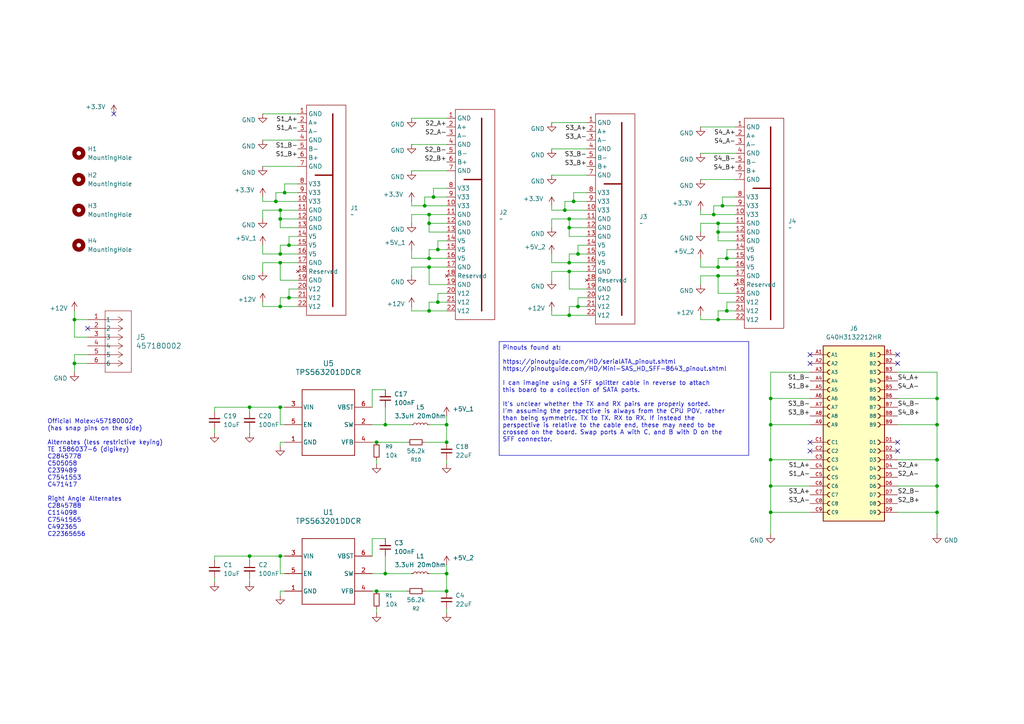
<source format=kicad_sch>
(kicad_sch (version 20250114) (generator "eeschema") (generator_version "9.0")
  (paper "A4")
  (lib_symbols
    (symbol "00_Local:457180002" (pin_names (offset 0.254))
      (property "Reference" "J" (at 8.89 6.35 0))
      (property "Value" "457180002" (at 0 0 0))
      (symbol "457180002_1_1"
        (pin unspecified line (at 0 0 0) (length 5.08) (name "1") (number "1"))
        (pin unspecified line (at 0 -2.54 0) (length 5.08) (name "2") (number "2"))
        (pin unspecified line (at 0 -5.08 0) (length 5.08) (name "3") (number "3"))
        (pin unspecified line (at 0 -7.62 0) (length 5.08) (name "4") (number "4"))
        (pin unspecified line (at 0 -10.16 0) (length 5.08) (name "5") (number "5"))
        (pin unspecified line (at 0 -12.7 0) (length 5.08) (name "6") (number "6"))
      )
      (symbol "457180002_1_2"
        (pin unspecified line (at 0 0 0) (length 5.08) (name "1") (number "1"))
        (pin unspecified line (at 0 -2.54 0) (length 5.08) (name "2") (number "2"))
        (pin unspecified line (at 0 -5.08 0) (length 5.08) (name "3") (number "3"))
        (pin unspecified line (at 0 -7.62 0) (length 5.08) (name "4") (number "4"))
        (pin unspecified line (at 0 -10.16 0) (length 5.08) (name "5") (number "5"))
        (pin unspecified line (at 0 -12.7 0) (length 5.08) (name "6") (number "6"))
      )
    )
    (symbol "00_Local:G40H3132212HR" (pin_names (offset 1.016))
      (property "Reference" "J" (at -7.62 26.162 0))
      (property "Value" "G40H3132212HR" (at -7.62 -27.94 0))
      (symbol "G40H3132212HR_0_0"
        (pin passive line (at -12.7 22.86 0) (length 5.08) (name "A1") (number "A1"))
        (pin passive line (at -12.7 20.32 0) (length 5.08) (name "A2") (number "A2"))
        (pin passive line (at -12.7 17.78 0) (length 5.08) (name "A3") (number "A3"))
        (pin passive line (at -12.7 15.24 0) (length 5.08) (name "A4") (number "A4"))
        (pin passive line (at -12.7 12.7 0) (length 5.08) (name "A5") (number "A5"))
        (pin passive line (at -12.7 10.16 0) (length 5.08) (name "A6") (number "A6"))
        (pin passive line (at -12.7 7.62 0) (length 5.08) (name "A7") (number "A7"))
        (pin passive line (at -12.7 5.08 0) (length 5.08) (name "A8") (number "A8"))
        (pin passive line (at -12.7 2.54 0) (length 5.08) (name "A9") (number "A9"))
        (pin passive line (at -12.7 -2.54 0) (length 5.08) (name "C1") (number "C1"))
        (pin passive line (at -12.7 -5.08 0) (length 5.08) (name "C2") (number "C2"))
        (pin passive line (at -12.7 -7.62 0) (length 5.08) (name "C3") (number "C3"))
        (pin passive line (at -12.7 -10.16 0) (length 5.08) (name "C4") (number "C4"))
        (pin passive line (at -12.7 -12.7 0) (length 5.08) (name "C5") (number "C5"))
        (pin passive line (at -12.7 -15.24 0) (length 5.08) (name "C6") (number "C6"))
        (pin passive line (at -12.7 -17.78 0) (length 5.08) (name "C7") (number "C7"))
        (pin passive line (at -12.7 -20.32 0) (length 5.08) (name "C8") (number "C8"))
        (pin passive line (at -12.7 -22.86 0) (length 5.08) (name "C9") (number "C9"))
        (pin passive line (at 12.7 22.86 180) (length 5.08) (name "B1") (number "B1"))
        (pin passive line (at 12.7 20.32 180) (length 5.08) (name "B2") (number "B2"))
        (pin passive line (at 12.7 17.78 180) (length 5.08) (name "B3") (number "B3"))
        (pin passive line (at 12.7 15.24 180) (length 5.08) (name "B4") (number "B4"))
        (pin passive line (at 12.7 12.7 180) (length 5.08) (name "B5") (number "B5"))
        (pin passive line (at 12.7 10.16 180) (length 5.08) (name "B6") (number "B6"))
        (pin passive line (at 12.7 7.62 180) (length 5.08) (name "B7") (number "B7"))
        (pin passive line (at 12.7 5.08 180) (length 5.08) (name "B8") (number "B8"))
        (pin passive line (at 12.7 2.54 180) (length 5.08) (name "B9") (number "B9"))
        (pin passive line (at 12.7 -2.54 180) (length 5.08) (name "D1") (number "D1"))
        (pin passive line (at 12.7 -5.08 180) (length 5.08) (name "D2") (number "D2"))
        (pin passive line (at 12.7 -7.62 180) (length 5.08) (name "D3") (number "D3"))
        (pin passive line (at 12.7 -10.16 180) (length 5.08) (name "D4") (number "D4"))
        (pin passive line (at 12.7 -12.7 180) (length 5.08) (name "D5") (number "D5"))
        (pin passive line (at 12.7 -15.24 180) (length 5.08) (name "D6") (number "D6"))
        (pin passive line (at 12.7 -17.78 180) (length 5.08) (name "D7") (number "D7"))
        (pin passive line (at 12.7 -20.32 180) (length 5.08) (name "D8") (number "D8"))
        (pin passive line (at 12.7 -22.86 180) (length 5.08) (name "D9") (number "D9"))
      )
    )
    (symbol "00_Local:Sata_Backplane"
      (property "Reference" "J" (at 0 0 0))
      (symbol "Sata_Backplane_1_1"
        (pin power_out line (at -2.54 -3.81 0) (length 2.54) (name "GND") (number "1"))
        (pin output line (at -2.54 -6.35 0) (length 2.54) (name "A+") (number "2"))
        (pin output line (at -2.54 -8.89 0) (length 2.54) (name "A-") (number "3"))
        (pin power_out line (at -2.54 -11.43 0) (length 2.54) (name "GND") (number "4"))
        (pin input line (at -2.54 -13.97 0) (length 2.54) (name "B-") (number "5"))
        (pin input line (at -2.54 -16.51 0) (length 2.54) (name "B+") (number "6"))
        (pin power_out line (at -2.54 -19.05 0) (length 2.54) (name "GND") (number "7"))
        (pin power_out line (at -2.54 -24.13 0) (length 2.54) (name "V33") (number "8"))
        (pin power_out line (at -2.54 -26.67 0) (length 2.54) (name "V33") (number "9"))
        (pin power_out line (at -2.54 -29.21 0) (length 2.54) (name "V33") (number "10"))
        (pin power_out line (at -2.54 -31.75 0) (length 2.54) (name "GND") (number "11"))
        (pin power_out line (at -2.54 -34.29 0) (length 2.54) (name "GND") (number "12"))
        (pin power_out line (at -2.54 -36.83 0) (length 2.54) (name "GND") (number "13"))
        (pin power_out line (at -2.54 -39.37 0) (length 2.54) (name "V5") (number "14"))
        (pin power_out line (at -2.54 -41.91 0) (length 2.54) (name "V5") (number "15"))
        (pin power_out line (at -2.54 -44.45 0) (length 2.54) (name "V5") (number "16"))
        (pin power_out line (at -2.54 -46.99 0) (length 2.54) (name "GND") (number "17"))
        (pin no_connect line (at -2.54 -49.53 0) (length 2.54) (name "Reserved") (number "18"))
        (pin power_out line (at -2.54 -52.07 0) (length 2.54) (name "GND") (number "19"))
        (pin power_out line (at -2.54 -54.61 0) (length 2.54) (name "V12") (number "20"))
        (pin power_out line (at -2.54 -57.15 0) (length 2.54) (name "V12") (number "21"))
        (pin power_out line (at -2.54 -59.69 0) (length 2.54) (name "V12") (number "22"))
      )
    )
    (symbol "00_Local:TPS563201DDCR" (pin_names (offset 0.254))
      (property "Reference" "U" (at 5.842 12.446 0))
      (property "Value" "TPS563201DDCR" (at 0 -10.922 0))
      (symbol "TPS563201DDCR_0_1"
        (pin power_in line (at -12.7 5.08 0) (length 5.08) (name "VIN") (number "3"))
        (pin input line (at -12.7 0 0) (length 5.08) (name "EN") (number "5"))
        (pin power_in line (at -12.7 -5.08 0) (length 5.08) (name "GND") (number "1"))
        (pin power_in line (at 12.7 5.08 180) (length 5.08) (name "VBST") (number "6"))
        (pin power_in line (at 12.7 0 180) (length 5.08) (name "SW") (number "2"))
        (pin input line (at 12.7 -5.08 180) (length 5.08) (name "VFB") (number "4"))
      )
    )
    (symbol "Device:C_Small" (pin_numbers (hide yes)) (pin_names (offset 0.254) (hide yes))
      (property "Reference" "C" (at 0.254 1.778 0))
      (property "Value" "C_Small" (at 0.254 -2.032 0))
      (symbol "C_Small_1_1"
        (pin passive line (at 0 2.54 270) (length 2.032) (name "~") (number "1"))
        (pin passive line (at 0 -2.54 90) (length 2.032) (name "~") (number "2"))
      )
    )
    (symbol "Device:L_Small" (pin_numbers (hide yes)) (pin_names (offset 0.254) (hide yes))
      (property "Reference" "L" (at 0.762 1.016 0))
      (property "Value" "L_Small" (at 0.762 -1.016 0))
      (symbol "L_Small_1_1"
        (pin passive line (at 0 2.54 270) (length 0.508) (name "~") (number "1"))
        (pin passive line (at 0 -2.54 90) (length 0.508) (name "~") (number "2"))
      )
    )
    (symbol "Device:R_Small" (pin_numbers (hide yes)) (pin_names (offset 0.254) (hide yes))
      (property "Reference" "R" (at 0 0 90))
      (property "Value" "R_Small" (at 1.778 0 90))
      (symbol "R_Small_1_1"
        (pin passive line (at 0 2.54 270) (length 0.762) (name "~") (number "1"))
        (pin passive line (at 0 -2.54 90) (length 0.762) (name "~") (number "2"))
      )
    )
    (symbol "Mechanical:MountingHole" (pin_names (offset 1.016)) (in_bom no)
      (property "Reference" "H" (at 0 5.08 0))
      (property "Value" "MountingHole" (at 0 3.175 0))
    )
    (symbol "power:+12V" (power) (pin_numbers (hide yes)) (pin_names (offset 0) (hide yes))
      (property "Value" "+12V" (at 0 3.556 0))
      (symbol "+12V_1_1"
        (pin power_in line (at 0 0 90) (length 0) (name "~") (number "1"))
      )
    )
    (symbol "power:+3.3V" (power) (pin_numbers (hide yes)) (pin_names (offset 0) (hide yes))
      (property "Value" "+3.3V" (at 0 3.556 0))
      (symbol "+3.3V_1_1"
        (pin power_in line (at 0 0 90) (length 0) (name "~") (number "1"))
      )
    )
    (symbol "power:+5V" (power) (pin_numbers (hide yes)) (pin_names (offset 0) (hide yes))
      (property "Value" "+5V" (at 0 3.556 0))
      (symbol "+5V_1_1"
        (pin power_in line (at 0 0 90) (length 0) (name "~") (number "1"))
      )
    )
    (symbol "power:GND" (power) (pin_numbers (hide yes)) (pin_names (offset 0) (hide yes))
      (property "Value" "GND" (at 0 -3.81 0))
      (symbol "GND_1_1"
        (pin power_in line (at 0 0 270) (length 0) (name "~") (number "1"))
      )
    )
  )
  (text "Official Molex:457180002\n(has snap pins on the side)\n\nAlternates (less restrictive keying)\nTE 1586037-6 (digikey)\nC2845778\nC505058\nC239489\nC7541553\nC471417\n\nRight Angle Alternates\nC2845788\nC114098\nC7541565\nC492365\nC22365656" (at 13.716 138.684 0) (effects (font (size 1.27 1.27)) (justify left)))
  (text_box "Pinouts found at:\n\nhttps://pinoutguide.com/HD/serialATA_pinout.shtml\nhttps://pinoutguide.com/HD/Mini-SAS_HD_SFF-8643_pinout.shtml\n\nI can imagine using a SFF splitter cable in reverse to attach\nthis board to a collection of SATA ports.\n\nIt's unclear whether the TX and RX pairs are properly sorted.\nI'm assuming the perspective is always from the CPU POV, rather\nthan being symmetric. TX to TX. RX to RX. If instead the\nperspective is relative to the cable end, these may need to be\ncrossed on the board. Swap ports A with C, and B with D on the\nSFF connector." (at 144.78 99.06 0) (size 72.39 33.02) (margins 0.9525 0.9525 0.9525 0.9525) (effects (font (size 1.27 1.27)) (justify left top)))
  (junction (at 81.28 118.11))
  (junction (at 124.46 90.17))
  (junction (at 72.39 161.29))
  (junction (at 125.73 57.15))
  (junction (at 209.55 59.69))
  (junction (at 165.1 63.5))
  (junction (at 210.82 90.17))
  (junction (at 271.78 140.97))
  (junction (at 82.55 55.88))
  (junction (at 124.46 62.23))
  (junction (at 271.78 115.57))
  (junction (at 109.22 128.27))
  (junction (at 208.28 80.01))
  (junction (at 167.64 88.9))
  (junction (at 165.1 91.44))
  (junction (at 81.28 88.9))
  (junction (at 271.78 133.35))
  (junction (at 210.82 74.93))
  (junction (at 223.52 148.59))
  (junction (at 109.22 171.45))
  (junction (at 81.28 73.66))
  (junction (at 208.28 67.31))
  (junction (at 208.28 92.71))
  (junction (at 127 72.39))
  (junction (at 124.46 77.47))
  (junction (at 21.59 105.41))
  (junction (at 124.46 74.93))
  (junction (at 223.52 115.57))
  (junction (at 129.54 123.19))
  (junction (at 81.28 161.29))
  (junction (at 208.28 77.47))
  (junction (at 271.78 123.19))
  (junction (at 223.52 140.97))
  (junction (at 111.76 123.19))
  (junction (at 207.01 62.23))
  (junction (at 81.28 76.2))
  (junction (at 123.19 59.69))
  (junction (at 124.46 64.77))
  (junction (at 163.83 60.96))
  (junction (at 167.64 73.66))
  (junction (at 223.52 133.35))
  (junction (at 72.39 118.11))
  (junction (at 111.76 166.37))
  (junction (at 80.01 58.42))
  (junction (at 223.52 123.19))
  (junction (at 165.1 78.74))
  (junction (at 129.54 166.37))
  (junction (at 81.28 60.96))
  (junction (at 83.82 86.36))
  (junction (at 127 87.63))
  (junction (at 165.1 76.2))
  (junction (at 208.28 64.77))
  (junction (at 81.28 63.5))
  (junction (at 83.82 71.12))
  (junction (at 129.54 128.27))
  (junction (at 165.1 66.04))
  (junction (at 129.54 171.45))
  (junction (at 271.78 148.59))
  (junction (at 21.59 92.71))
  (junction (at 166.37 58.42))
  (no_connect (at 234.95 105.41))
  (no_connect (at 260.35 130.81))
  (no_connect (at 234.95 130.81))
  (no_connect (at 25.4 95.25))
  (no_connect (at 33.02 33.02))
  (no_connect (at 260.35 128.27))
  (no_connect (at 260.35 102.87))
  (no_connect (at 234.95 128.27))
  (no_connect (at 260.35 105.41))
  (no_connect (at 234.95 102.87))
  (wire (pts (xy 203.2 92.71) (xy 208.28 92.71)))
  (wire (pts (xy 81.28 60.96) (xy 76.2 60.96)))
  (wire (pts (xy 271.78 133.35) (xy 260.35 133.35)))
  (wire (pts (xy 160.02 60.96) (xy 160.02 59.69)))
  (wire (pts (xy 210.82 90.17) (xy 213.36 90.17)))
  (wire (pts (xy 76.2 33.02) (xy 86.36 33.02)))
  (wire (pts (xy 210.82 72.39) (xy 210.82 74.93)))
  (wire (pts (xy 203.2 64.77) (xy 203.2 67.31)))
  (wire (pts (xy 223.52 148.59) (xy 234.95 148.59)))
  (wire (pts (xy 76.2 60.96) (xy 76.2 63.5)))
  (wire (pts (xy 76.2 58.42) (xy 80.01 58.42)))
  (wire (pts (xy 124.46 62.23) (xy 119.38 62.23)))
  (wire (pts (xy 203.2 36.83) (xy 213.36 36.83)))
  (wire (pts (xy 72.39 118.11) (xy 81.28 118.11)))
  (wire (pts (xy 170.18 83.82) (xy 165.1 83.82)))
  (wire (pts (xy 82.55 161.29) (xy 81.28 161.29)))
  (wire (pts (xy 170.18 55.88) (xy 166.37 55.88)))
  (wire (pts (xy 81.28 73.66) (xy 81.28 71.12)))
  (wire (pts (xy 223.52 123.19) (xy 223.52 115.57)))
  (wire (pts (xy 111.76 118.11) (xy 111.76 123.19)))
  (wire (pts (xy 223.52 140.97) (xy 234.95 140.97)))
  (wire (pts (xy 129.54 176.53) (xy 129.54 177.8)))
  (wire (pts (xy 163.83 58.42) (xy 166.37 58.42)))
  (wire (pts (xy 208.28 67.31) (xy 213.36 67.31)))
  (wire (pts (xy 72.39 124.46) (xy 72.39 125.73)))
  (wire (pts (xy 81.28 76.2) (xy 81.28 81.28)))
  (wire (pts (xy 76.2 76.2) (xy 76.2 78.74)))
  (wire (pts (xy 81.28 172.72) (xy 81.28 171.45)))
  (wire (pts (xy 160.02 91.44) (xy 165.1 91.44)))
  (wire (pts (xy 271.78 148.59) (xy 271.78 140.97)))
  (wire (pts (xy 62.23 119.38) (xy 62.23 118.11)))
  (wire (pts (xy 107.95 156.21) (xy 111.76 156.21)))
  (wire (pts (xy 76.2 40.64) (xy 86.36 40.64)))
  (wire (pts (xy 107.95 113.03) (xy 107.95 118.11)))
  (wire (pts (xy 86.36 73.66) (xy 81.28 73.66)))
  (wire (pts (xy 160.02 78.74) (xy 160.02 81.28)))
  (wire (pts (xy 76.2 58.42) (xy 76.2 57.15)))
  (wire (pts (xy 160.02 35.56) (xy 170.18 35.56)))
  (wire (pts (xy 165.1 78.74) (xy 165.1 83.82)))
  (wire (pts (xy 129.54 128.27) (xy 129.54 123.19)))
  (wire (pts (xy 165.1 78.74) (xy 160.02 78.74)))
  (wire (pts (xy 223.52 133.35) (xy 223.52 123.19)))
  (wire (pts (xy 271.78 140.97) (xy 271.78 133.35)))
  (wire (pts (xy 76.2 48.26) (xy 86.36 48.26)))
  (wire (pts (xy 21.59 90.17) (xy 21.59 92.71)))
  (wire (pts (xy 203.2 74.93) (xy 203.2 77.47)))
  (wire (pts (xy 119.38 41.91) (xy 129.54 41.91)))
  (wire (pts (xy 203.2 44.45) (xy 213.36 44.45)))
  (wire (pts (xy 129.54 163.83) (xy 129.54 166.37)))
  (wire (pts (xy 271.78 154.94) (xy 271.78 148.59)))
  (wire (pts (xy 80.01 58.42) (xy 80.01 55.88)))
  (wire (pts (xy 208.28 77.47) (xy 208.28 74.93)))
  (wire (pts (xy 170.18 78.74) (xy 165.1 78.74)))
  (wire (pts (xy 271.78 107.95) (xy 260.35 107.95)))
  (wire (pts (xy 127 72.39) (xy 129.54 72.39)))
  (wire (pts (xy 72.39 118.11) (xy 72.39 119.38)))
  (wire (pts (xy 109.22 133.35) (xy 109.22 134.62)))
  (wire (pts (xy 82.55 118.11) (xy 81.28 118.11)))
  (wire (pts (xy 81.28 166.37) (xy 81.28 161.29)))
  (wire (pts (xy 170.18 86.36) (xy 167.64 86.36)))
  (wire (pts (xy 167.64 71.12) (xy 167.64 73.66)))
  (wire (pts (xy 129.54 120.65) (xy 129.54 123.19)))
  (wire (pts (xy 62.23 167.64) (xy 62.23 168.91)))
  (wire (pts (xy 124.46 64.77) (xy 124.46 67.31)))
  (wire (pts (xy 80.01 55.88) (xy 82.55 55.88)))
  (wire (pts (xy 124.46 77.47) (xy 124.46 82.55)))
  (wire (pts (xy 163.83 60.96) (xy 163.83 58.42)))
  (wire (pts (xy 72.39 167.64) (xy 72.39 168.91)))
  (wire (pts (xy 165.1 63.5) (xy 160.02 63.5)))
  (wire (pts (xy 107.95 171.45) (xy 109.22 171.45)))
  (wire (pts (xy 123.19 59.69) (xy 123.19 57.15)))
  (wire (pts (xy 82.55 166.37) (xy 81.28 166.37)))
  (wire (pts (xy 167.64 73.66) (xy 170.18 73.66)))
  (wire (pts (xy 170.18 71.12) (xy 167.64 71.12)))
  (wire (pts (xy 111.76 161.29) (xy 111.76 166.37)))
  (wire (pts (xy 223.52 140.97) (xy 223.52 133.35)))
  (wire (pts (xy 83.82 86.36) (xy 86.36 86.36)))
  (wire (pts (xy 82.55 123.19) (xy 81.28 123.19)))
  (wire (pts (xy 124.46 87.63) (xy 127 87.63)))
  (wire (pts (xy 207.01 59.69) (xy 209.55 59.69)))
  (wire (pts (xy 81.28 63.5) (xy 86.36 63.5)))
  (wire (pts (xy 223.52 154.94) (xy 223.52 148.59)))
  (wire (pts (xy 165.1 88.9) (xy 167.64 88.9)))
  (wire (pts (xy 203.2 52.07) (xy 213.36 52.07)))
  (wire (pts (xy 119.38 74.93) (xy 124.46 74.93)))
  (wire (pts (xy 170.18 60.96) (xy 163.83 60.96)))
  (wire (pts (xy 124.46 72.39) (xy 127 72.39)))
  (wire (pts (xy 107.95 166.37) (xy 111.76 166.37)))
  (wire (pts (xy 129.54 74.93) (xy 124.46 74.93)))
  (wire (pts (xy 166.37 58.42) (xy 170.18 58.42)))
  (wire (pts (xy 129.54 171.45) (xy 129.54 166.37)))
  (wire (pts (xy 119.38 90.17) (xy 124.46 90.17)))
  (wire (pts (xy 72.39 161.29) (xy 72.39 162.56)))
  (wire (pts (xy 119.38 62.23) (xy 119.38 64.77)))
  (wire (pts (xy 223.52 133.35) (xy 234.95 133.35)))
  (wire (pts (xy 86.36 53.34) (xy 82.55 53.34)))
  (wire (pts (xy 129.54 77.47) (xy 124.46 77.47)))
  (wire (pts (xy 81.28 128.27) (xy 82.55 128.27)))
  (wire (pts (xy 166.37 55.88) (xy 166.37 58.42)))
  (wire (pts (xy 223.52 115.57) (xy 223.52 107.95)))
  (wire (pts (xy 81.28 129.54) (xy 81.28 128.27)))
  (wire (pts (xy 167.64 88.9) (xy 170.18 88.9)))
  (wire (pts (xy 86.36 66.04) (xy 81.28 66.04)))
  (wire (pts (xy 119.38 49.53) (xy 129.54 49.53)))
  (wire (pts (xy 170.18 63.5) (xy 165.1 63.5)))
  (wire (pts (xy 83.82 83.82) (xy 83.82 86.36)))
  (wire (pts (xy 213.36 87.63) (xy 210.82 87.63)))
  (wire (pts (xy 86.36 76.2) (xy 81.28 76.2)))
  (wire (pts (xy 107.95 113.03) (xy 111.76 113.03)))
  (wire (pts (xy 81.28 171.45) (xy 82.55 171.45)))
  (wire (pts (xy 203.2 92.71) (xy 203.2 91.44)))
  (wire (pts (xy 203.2 77.47) (xy 208.28 77.47)))
  (wire (pts (xy 271.78 140.97) (xy 260.35 140.97)))
  (wire (pts (xy 119.38 77.47) (xy 119.38 80.01)))
  (wire (pts (xy 208.28 80.01) (xy 208.28 85.09)))
  (wire (pts (xy 165.1 76.2) (xy 165.1 73.66)))
  (wire (pts (xy 129.54 123.19) (xy 124.46 123.19)))
  (wire (pts (xy 86.36 68.58) (xy 83.82 68.58)))
  (wire (pts (xy 213.36 72.39) (xy 210.82 72.39)))
  (wire (pts (xy 81.28 63.5) (xy 81.28 66.04)))
  (wire (pts (xy 109.22 171.45) (xy 118.11 171.45)))
  (wire (pts (xy 86.36 58.42) (xy 80.01 58.42)))
  (wire (pts (xy 208.28 92.71) (xy 208.28 90.17)))
  (wire (pts (xy 86.36 60.96) (xy 81.28 60.96)))
  (wire (pts (xy 271.78 115.57) (xy 271.78 107.95)))
  (wire (pts (xy 119.38 59.69) (xy 123.19 59.69)))
  (wire (pts (xy 207.01 62.23) (xy 207.01 59.69)))
  (wire (pts (xy 81.28 123.19) (xy 81.28 118.11)))
  (wire (pts (xy 81.28 60.96) (xy 81.28 63.5)))
  (wire (pts (xy 160.02 73.66) (xy 160.02 76.2)))
  (wire (pts (xy 21.59 97.79) (xy 21.59 92.71)))
  (wire (pts (xy 213.36 57.15) (xy 209.55 57.15)))
  (wire (pts (xy 62.23 162.56) (xy 62.23 161.29)))
  (wire (pts (xy 160.02 76.2) (xy 165.1 76.2)))
  (wire (pts (xy 129.54 90.17) (xy 124.46 90.17)))
  (wire (pts (xy 165.1 66.04) (xy 165.1 68.58)))
  (wire (pts (xy 86.36 88.9) (xy 81.28 88.9)))
  (wire (pts (xy 129.54 54.61) (xy 125.73 54.61)))
  (wire (pts (xy 213.36 64.77) (xy 208.28 64.77)))
  (wire (pts (xy 213.36 62.23) (xy 207.01 62.23)))
  (wire (pts (xy 109.22 176.53) (xy 109.22 177.8)))
  (wire (pts (xy 111.76 166.37) (xy 119.38 166.37)))
  (wire (pts (xy 170.18 68.58) (xy 165.1 68.58)))
  (wire (pts (xy 223.52 123.19) (xy 234.95 123.19)))
  (wire (pts (xy 107.95 156.21) (xy 107.95 161.29)))
  (wire (pts (xy 76.2 71.12) (xy 76.2 73.66)))
  (wire (pts (xy 124.46 62.23) (xy 124.46 64.77)))
  (wire (pts (xy 21.59 92.71) (xy 25.4 92.71)))
  (wire (pts (xy 72.39 161.29) (xy 81.28 161.29)))
  (wire (pts (xy 124.46 74.93) (xy 124.46 72.39)))
  (wire (pts (xy 127 69.85) (xy 127 72.39)))
  (wire (pts (xy 127 85.09) (xy 127 87.63)))
  (wire (pts (xy 271.78 123.19) (xy 271.78 115.57)))
  (wire (pts (xy 208.28 64.77) (xy 203.2 64.77)))
  (wire (pts (xy 81.28 71.12) (xy 83.82 71.12)))
  (wire (pts (xy 271.78 148.59) (xy 260.35 148.59)))
  (wire (pts (xy 124.46 90.17) (xy 124.46 87.63)))
  (wire (pts (xy 83.82 68.58) (xy 83.82 71.12)))
  (wire (pts (xy 271.78 115.57) (xy 260.35 115.57)))
  (wire (pts (xy 86.36 81.28) (xy 81.28 81.28)))
  (wire (pts (xy 86.36 83.82) (xy 83.82 83.82)))
  (wire (pts (xy 210.82 87.63) (xy 210.82 90.17)))
  (wire (pts (xy 107.95 123.19) (xy 111.76 123.19)))
  (wire (pts (xy 271.78 133.35) (xy 271.78 123.19)))
  (wire (pts (xy 119.38 90.17) (xy 119.38 88.9)))
  (wire (pts (xy 160.02 43.18) (xy 170.18 43.18)))
  (wire (pts (xy 123.19 171.45) (xy 129.54 171.45)))
  (wire (pts (xy 213.36 77.47) (xy 208.28 77.47)))
  (wire (pts (xy 62.23 124.46) (xy 62.23 125.73)))
  (wire (pts (xy 119.38 34.29) (xy 129.54 34.29)))
  (wire (pts (xy 81.28 88.9) (xy 81.28 86.36)))
  (wire (pts (xy 213.36 80.01) (xy 208.28 80.01)))
  (wire (pts (xy 210.82 74.93) (xy 213.36 74.93)))
  (wire (pts (xy 21.59 102.87) (xy 25.4 102.87)))
  (wire (pts (xy 208.28 64.77) (xy 208.28 67.31)))
  (wire (pts (xy 129.54 85.09) (xy 127 85.09)))
  (wire (pts (xy 125.73 54.61) (xy 125.73 57.15)))
  (wire (pts (xy 208.28 67.31) (xy 208.28 69.85)))
  (wire (pts (xy 160.02 63.5) (xy 160.02 66.04)))
  (wire (pts (xy 83.82 71.12) (xy 86.36 71.12)))
  (wire (pts (xy 129.54 166.37) (xy 124.46 166.37)))
  (wire (pts (xy 213.36 69.85) (xy 208.28 69.85)))
  (wire (pts (xy 165.1 91.44) (xy 165.1 88.9)))
  (wire (pts (xy 76.2 73.66) (xy 81.28 73.66)))
  (wire (pts (xy 167.64 86.36) (xy 167.64 88.9)))
  (wire (pts (xy 124.46 64.77) (xy 129.54 64.77)))
  (wire (pts (xy 160.02 50.8) (xy 170.18 50.8)))
  (wire (pts (xy 124.46 77.47) (xy 119.38 77.47)))
  (wire (pts (xy 213.36 85.09) (xy 208.28 85.09)))
  (wire (pts (xy 107.95 128.27) (xy 109.22 128.27)))
  (wire (pts (xy 76.2 88.9) (xy 81.28 88.9)))
  (wire (pts (xy 223.52 115.57) (xy 234.95 115.57)))
  (wire (pts (xy 123.19 57.15) (xy 125.73 57.15)))
  (wire (pts (xy 127 87.63) (xy 129.54 87.63)))
  (wire (pts (xy 109.22 128.27) (xy 118.11 128.27)))
  (wire (pts (xy 271.78 123.19) (xy 260.35 123.19)))
  (wire (pts (xy 119.38 72.39) (xy 119.38 74.93)))
  (wire (pts (xy 25.4 97.79) (xy 21.59 97.79)))
  (wire (pts (xy 208.28 74.93) (xy 210.82 74.93)))
  (wire (pts (xy 81.28 76.2) (xy 76.2 76.2)))
  (wire (pts (xy 165.1 73.66) (xy 167.64 73.66)))
  (wire (pts (xy 208.28 80.01) (xy 203.2 80.01)))
  (wire (pts (xy 82.55 53.34) (xy 82.55 55.88)))
  (wire (pts (xy 165.1 66.04) (xy 170.18 66.04)))
  (wire (pts (xy 209.55 57.15) (xy 209.55 59.69)))
  (wire (pts (xy 62.23 118.11) (xy 72.39 118.11)))
  (wire (pts (xy 223.52 107.95) (xy 234.95 107.95)))
  (wire (pts (xy 170.18 91.44) (xy 165.1 91.44)))
  (wire (pts (xy 129.54 82.55) (xy 124.46 82.55)))
  (wire (pts (xy 123.19 128.27) (xy 129.54 128.27)))
  (wire (pts (xy 21.59 105.41) (xy 21.59 102.87)))
  (wire (pts (xy 209.55 59.69) (xy 213.36 59.69)))
  (wire (pts (xy 203.2 62.23) (xy 203.2 60.96)))
  (wire (pts (xy 129.54 69.85) (xy 127 69.85)))
  (wire (pts (xy 213.36 92.71) (xy 208.28 92.71)))
  (wire (pts (xy 129.54 133.35) (xy 129.54 134.62)))
  (wire (pts (xy 21.59 105.41) (xy 25.4 105.41)))
  (wire (pts (xy 62.23 161.29) (xy 72.39 161.29)))
  (wire (pts (xy 203.2 62.23) (xy 207.01 62.23)))
  (wire (pts (xy 129.54 59.69) (xy 123.19 59.69)))
  (wire (pts (xy 203.2 80.01) (xy 203.2 82.55)))
  (wire (pts (xy 160.02 60.96) (xy 163.83 60.96)))
  (wire (pts (xy 125.73 57.15) (xy 129.54 57.15)))
  (wire (pts (xy 165.1 63.5) (xy 165.1 66.04)))
  (wire (pts (xy 76.2 88.9) (xy 76.2 87.63)))
  (wire (pts (xy 111.76 123.19) (xy 119.38 123.19)))
  (wire (pts (xy 81.28 86.36) (xy 83.82 86.36)))
  (wire (pts (xy 129.54 62.23) (xy 124.46 62.23)))
  (wire (pts (xy 119.38 59.69) (xy 119.38 58.42)))
  (wire (pts (xy 82.55 55.88) (xy 86.36 55.88)))
  (wire (pts (xy 21.59 107.95) (xy 21.59 105.41)))
  (wire (pts (xy 208.28 90.17) (xy 210.82 90.17)))
  (wire (pts (xy 129.54 67.31) (xy 124.46 67.31)))
  (wire (pts (xy 160.02 91.44) (xy 160.02 90.17)))
  (wire (pts (xy 223.52 148.59) (xy 223.52 140.97)))
  (wire (pts (xy 170.18 76.2) (xy 165.1 76.2)))
  (label "S3_B+" (at 170.18 48.26 180))
  (label "S2_A-" (at 129.54 39.37 180))
  (label "S3_A+" (at 234.95 143.51 180))
  (label "S4_B+" (at 260.35 120.65 0))
  (label "S1_B+" (at 86.36 45.72 180))
  (label "S4_A-" (at 260.35 113.03 0))
  (label "S4_B-" (at 260.35 118.11 0))
  (label "S3_A-" (at 170.18 40.64 180))
  (label "S1_B+" (at 234.95 113.03 180))
  (label "S3_A-" (at 234.95 146.05 180))
  (label "S4_A+" (at 213.36 39.37 180))
  (label "S1_A-" (at 234.95 138.43 180))
  (label "S2_A+" (at 129.54 36.83 180))
  (label "S4_B-" (at 213.36 46.99 180))
  (label "S1_A-" (at 86.36 38.1 180))
  (label "S4_A-" (at 213.36 41.91 180))
  (label "S3_B-" (at 170.18 45.72 180))
  (label "S4_A+" (at 260.35 110.49 0))
  (label "S4_B+" (at 213.36 49.53 180))
  (label "S3_A+" (at 170.18 38.1 180))
  (label "S2_B+" (at 260.35 146.05 0))
  (label "S1_B-" (at 86.36 43.18 180))
  (label "S2_B-" (at 129.54 44.45 180))
  (label "S1_B-" (at 234.95 110.49 180))
  (label "S1_A+" (at 86.36 35.56 180))
  (label "S1_A+" (at 234.95 135.89 180))
  (label "S2_A+" (at 260.35 135.89 0))
  (label "S3_B+" (at 234.95 120.65 180))
  (label "S3_B-" (at 234.95 118.11 180))
  (label "S2_B-" (at 260.35 143.51 0))
  (label "S2_B+" (at 129.54 46.99 180))
  (label "S2_A-" (at 260.35 138.43 0))
  (symbol (lib_id "Device:C_Small") (at 111.76 115.57 180) (unit 1)
    (property "Reference" "C17" (at 114.3 114.2935 0) (effects (justify right)))
    (property "Value" "100nF" (at 114.3 116.8335 0) (effects (justify right)))
    (property "Footprint" "Capacitor_SMD:C_0603_1608Metric_Pad1.08x0.95mm_HandSolder" (effects (hide yes)))
    (property "Description" "Unpolarized capacitor, small symbol" (effects (hide yes)))
  )
  (symbol (lib_id "power:+5V") (at 119.38 72.39 0) (unit 1)
    (property "Reference" "#PWR014" (effects (hide yes)))
    (property "Value" "+5V_1" (at 114.554 70.358 0))
    (property "Description" "Power symbol creates a global label with name \"+5V\"" (effects (hide yes)))
  )
  (symbol (lib_id "power:GND") (at 76.2 48.26 0) (unit 1)
    (property "Reference" "#PWR06" (effects (hide yes)))
    (property "Value" "GND" (at 72.136 50.038 0))
    (property "Description" "Power symbol creates a global label with name \"GND\" , ground" (effects (hide yes)))
  )
  (symbol (lib_id "Device:C_Small") (at 111.76 158.75 180) (unit 1)
    (property "Reference" "C3" (at 114.3 157.4735 0) (effects (justify right)))
    (property "Value" "100nF" (at 114.3 160.0135 0) (effects (justify right)))
    (property "Footprint" "Capacitor_SMD:C_0603_1608Metric_Pad1.08x0.95mm_HandSolder" (effects (hide yes)))
    (property "Description" "Unpolarized capacitor, small symbol" (effects (hide yes)))
  )
  (symbol (lib_id "power:GND") (at 160.02 43.18 0) (unit 1)
    (property "Reference" "#PWR018" (effects (hide yes)))
    (property "Value" "GND" (at 155.956 44.958 0))
    (property "Description" "Power symbol creates a global label with name \"GND\" , ground" (effects (hide yes)))
  )
  (symbol (lib_id "power:GND") (at 223.52 154.94 0) (unit 1)
    (property "Reference" "#PWR048" (effects (hide yes)))
    (property "Value" "GND" (at 219.456 156.718 0))
    (property "Description" "Power symbol creates a global label with name \"GND\" , ground" (effects (hide yes)))
  )
  (symbol (lib_id "power:GND") (at 109.22 177.8 0) (unit 1)
    (property "Reference" "#PWR036" (effects (hide yes)))
    (property "Value" "GND" (effects (hide yes)))
    (property "Description" "Power symbol creates a global label with name \"GND\" , ground" (effects (hide yes)))
  )
  (symbol (lib_id "power:+5V") (at 129.54 163.83 0) (mirror y) (unit 1)
    (property "Reference" "#PWR056" (effects (hide yes)))
    (property "Value" "+5V_2" (at 134.366 161.798 0))
    (property "Description" "Power symbol creates a global label with name \"+5V\"" (effects (hide yes)))
  )
  (symbol (lib_id "power:+3.3V") (at 160.02 59.69 0) (unit 1)
    (property "Reference" "#PWR020" (effects (hide yes)))
    (property "Value" "+3.3V" (at 154.686 57.658 0))
    (property "Description" "Power symbol creates a global label with name \"+3.3V\"" (effects (hide yes)))
  )
  (symbol (lib_id "power:GND") (at 203.2 67.31 0) (unit 1)
    (property "Reference" "#PWR029" (effects (hide yes)))
    (property "Value" "GND" (at 199.136 69.088 0))
    (property "Description" "Power symbol creates a global label with name \"GND\" , ground" (effects (hide yes)))
  )
  (symbol (lib_id "power:GND") (at 76.2 78.74 0) (unit 1)
    (property "Reference" "#PWR01" (effects (hide yes)))
    (property "Value" "GND" (at 72.136 80.518 0))
    (property "Description" "Power symbol creates a global label with name \"GND\" , ground" (effects (hide yes)))
  )
  (symbol (lib_id "power:+3.3V") (at 76.2 57.15 0) (unit 1)
    (property "Reference" "#PWR03" (effects (hide yes)))
    (property "Value" "+3.3V" (at 70.866 55.118 0))
    (property "Description" "Power symbol creates a global label with name \"+3.3V\"" (effects (hide yes)))
  )
  (symbol (lib_id "power:GND") (at 203.2 44.45 0) (unit 1)
    (property "Reference" "#PWR026" (effects (hide yes)))
    (property "Value" "GND" (at 199.136 46.228 0))
    (property "Description" "Power symbol creates a global label with name \"GND\" , ground" (effects (hide yes)))
  )
  (symbol (lib_id "power:GND") (at 81.28 129.54 0) (unit 1)
    (property "Reference" "#PWR050" (effects (hide yes)))
    (property "Value" "GND" (effects (hide yes)))
    (property "Description" "Power symbol creates a global label with name \"GND\" , ground" (effects (hide yes)))
  )
  (symbol (lib_id "Device:C_Small") (at 129.54 130.81 180) (unit 1)
    (property "Reference" "C18" (at 132.08 129.5335 0) (effects (justify right)))
    (property "Value" "22uF" (at 132.08 132.0735 0) (effects (justify right)))
    (property "Footprint" "Capacitor_SMD:C_0603_1608Metric_Pad1.08x0.95mm_HandSolder" (effects (hide yes)))
    (property "Description" "Unpolarized capacitor, small symbol" (effects (hide yes)))
  )
  (symbol (lib_id "power:+3.3V") (at 33.02 33.02 0) (unit 1)
    (property "Reference" "#PWR041" (effects (hide yes)))
    (property "Value" "+3.3V" (at 27.686 30.988 0))
    (property "Description" "Power symbol creates a global label with name \"+3.3V\"" (effects (hide yes)))
  )
  (symbol (lib_id "power:GND") (at 76.2 40.64 0) (unit 1)
    (property "Reference" "#PWR07" (effects (hide yes)))
    (property "Value" "GND" (at 72.136 42.418 0))
    (property "Description" "Power symbol creates a global label with name \"GND\" , ground" (effects (hide yes)))
  )
  (symbol (lib_id "power:GND") (at 119.38 41.91 0) (unit 1)
    (property "Reference" "#PWR010" (effects (hide yes)))
    (property "Value" "GND" (at 115.316 43.688 0))
    (property "Description" "Power symbol creates a global label with name \"GND\" , ground" (effects (hide yes)))
  )
  (symbol (lib_id "power:GND") (at 76.2 63.5 0) (unit 1)
    (property "Reference" "#PWR05" (effects (hide yes)))
    (property "Value" "GND" (at 72.136 65.278 0))
    (property "Description" "Power symbol creates a global label with name \"GND\" , ground" (effects (hide yes)))
  )
  (symbol (lib_id "Device:C_Small") (at 62.23 165.1 0) (unit 1)
    (property "Reference" "C1" (at 64.77 163.8362 0) (effects (justify left)))
    (property "Value" "10uF" (at 64.77 166.3762 0) (effects (justify left)))
    (property "Footprint" "Capacitor_SMD:C_0603_1608Metric_Pad1.08x0.95mm_HandSolder" (effects (hide yes)))
    (property "Description" "Unpolarized capacitor, small symbol" (effects (hide yes)))
  )
  (symbol (lib_id "Device:R_Small") (at 120.65 128.27 90) (mirror x) (unit 1)
    (property "Reference" "R10" (at 120.65 133.35 90) (effects (font (size 1.016 1.016))))
    (property "Value" "56.2k" (at 120.65 130.81 90))
    (property "Footprint" "Resistor_SMD:R_0603_1608Metric_Pad0.98x0.95mm_HandSolder" (effects (hide yes)))
    (property "Description" "Resistor, small symbol" (effects (hide yes)))
  )
  (symbol (lib_id "power:GND") (at 129.54 177.8 0) (unit 1)
    (property "Reference" "#PWR038" (effects (hide yes)))
    (property "Value" "GND" (effects (hide yes)))
    (property "Description" "Power symbol creates a global label with name \"GND\" , ground" (effects (hide yes)))
  )
  (symbol (lib_id "power:GND") (at 62.23 125.73 0) (unit 1)
    (property "Reference" "#PWR054" (effects (hide yes)))
    (property "Value" "GND" (effects (hide yes)))
    (property "Description" "Power symbol creates a global label with name \"GND\" , ground" (effects (hide yes)))
  )
  (symbol (lib_id "power:GND") (at 160.02 66.04 0) (unit 1)
    (property "Reference" "#PWR021" (effects (hide yes)))
    (property "Value" "GND" (at 155.956 67.818 0))
    (property "Description" "Power symbol creates a global label with name \"GND\" , ground" (effects (hide yes)))
  )
  (symbol (lib_id "power:GND") (at 129.54 134.62 0) (unit 1)
    (property "Reference" "#PWR055" (effects (hide yes)))
    (property "Value" "GND" (effects (hide yes)))
    (property "Description" "Power symbol creates a global label with name \"GND\" , ground" (effects (hide yes)))
  )
  (symbol (lib_id "power:+5V") (at 203.2 74.93 0) (unit 1)
    (property "Reference" "#PWR030" (effects (hide yes)))
    (property "Value" "+5V_2" (at 198.374 72.898 0))
    (property "Description" "Power symbol creates a global label with name \"+5V\"" (effects (hide yes)))
  )
  (symbol (lib_id "power:+3.3V") (at 119.38 58.42 0) (unit 1)
    (property "Reference" "#PWR012" (effects (hide yes)))
    (property "Value" "+3.3V" (at 114.046 56.388 0))
    (property "Description" "Power symbol creates a global label with name \"+3.3V\"" (effects (hide yes)))
  )
  (symbol (lib_id "power:GND") (at 119.38 49.53 0) (unit 1)
    (property "Reference" "#PWR011" (effects (hide yes)))
    (property "Value" "GND" (at 115.316 51.308 0))
    (property "Description" "Power symbol creates a global label with name \"GND\" , ground" (effects (hide yes)))
  )
  (symbol (lib_id "power:+12V") (at 119.38 88.9 0) (unit 1)
    (property "Reference" "#PWR016" (effects (hide yes)))
    (property "Value" "+12V" (at 114.808 88.138 0))
    (property "Description" "Power symbol creates a global label with name \"+12V\"" (effects (hide yes)))
  )
  (symbol (lib_id "power:GND") (at 160.02 50.8 0) (unit 1)
    (property "Reference" "#PWR019" (effects (hide yes)))
    (property "Value" "GND" (at 155.956 52.578 0))
    (property "Description" "Power symbol creates a global label with name \"GND\" , ground" (effects (hide yes)))
  )
  (symbol (lib_id "power:GND") (at 76.2 33.02 0) (unit 1)
    (property "Reference" "#PWR08" (effects (hide yes)))
    (property "Value" "GND" (at 72.136 34.798 0))
    (property "Description" "Power symbol creates a global label with name \"GND\" , ground" (effects (hide yes)))
  )
  (symbol (lib_id "power:GND") (at 119.38 34.29 0) (unit 1)
    (property "Reference" "#PWR09" (effects (hide yes)))
    (property "Value" "GND" (at 115.316 36.068 0))
    (property "Description" "Power symbol creates a global label with name \"GND\" , ground" (effects (hide yes)))
  )
  (symbol (lib_id "Device:R_Small") (at 120.65 171.45 90) (mirror x) (unit 1)
    (property "Reference" "R2" (at 120.65 176.53 90) (effects (font (size 1.016 1.016))))
    (property "Value" "56.2k" (at 120.65 173.99 90))
    (property "Footprint" "Resistor_SMD:R_0603_1608Metric_Pad0.98x0.95mm_HandSolder" (effects (hide yes)))
    (property "Description" "Resistor, small symbol" (effects (hide yes)))
  )
  (symbol (lib_id "power:GND") (at 62.23 168.91 0) (unit 1)
    (property "Reference" "#PWR033" (effects (hide yes)))
    (property "Value" "GND" (effects (hide yes)))
    (property "Description" "Power symbol creates a global label with name \"GND\" , ground" (effects (hide yes)))
  )
  (symbol (lib_id "00_Local:Sata_Backplane") (at 215.9 33.02 0) (unit 1)
    (property "Reference" "J4" (at 228.6 64.1349 0) (effects (justify left)))
    (property "Value" "~" (at 228.6 66.04 0) (effects (justify left)))
    (property "Footprint" "00-Local:Sata+15P" (effects (hide yes)))
    (property "Datasheet" "https://lcsc.com/datasheet/lcsc_datasheet_2412091041_Lian-Xin-Technology-XUTS-2218-0127_C19193804.pdf" (effects (hide yes)))
    (property "Description" "Sata+15P" (effects (hide yes)))
    (property "LCSC" "C19193804" (effects (hide yes)))
  )
  (symbol (lib_id "power:GND") (at 109.22 134.62 0) (unit 1)
    (property "Reference" "#PWR052" (effects (hide yes)))
    (property "Value" "GND" (effects (hide yes)))
    (property "Description" "Power symbol creates a global label with name \"GND\" , ground" (effects (hide yes)))
  )
  (symbol (lib_id "power:GND") (at 203.2 82.55 0) (unit 1)
    (property "Reference" "#PWR031" (effects (hide yes)))
    (property "Value" "GND" (at 199.136 84.328 0))
    (property "Description" "Power symbol creates a global label with name \"GND\" , ground" (effects (hide yes)))
  )
  (symbol (lib_id "power:GND") (at 203.2 52.07 0) (unit 1)
    (property "Reference" "#PWR027" (effects (hide yes)))
    (property "Value" "GND" (at 199.136 53.848 0))
    (property "Description" "Power symbol creates a global label with name \"GND\" , ground" (effects (hide yes)))
  )
  (symbol (lib_id "power:GND") (at 81.28 172.72 0) (unit 1)
    (property "Reference" "#PWR035" (effects (hide yes)))
    (property "Value" "GND" (effects (hide yes)))
    (property "Description" "Power symbol creates a global label with name \"GND\" , ground" (effects (hide yes)))
  )
  (symbol (lib_id "Device:L_Small") (at 121.92 166.37 90) (unit 1)
    (property "Reference" "L1" (at 121.92 161.29 90))
    (property "Value" "3.3uH 20mOhm" (at 121.92 163.83 90))
    (property "Footprint" "00-Local:SL0420" (effects (hide yes)))
    (property "Description" "Inductor, small symbol" (effects (hide yes)))
    (property "LCSC" "C22463807" (effects (hide yes)))
  )
  (symbol (lib_id "00_Local:TPS563201DDCR") (at 95.25 166.37 0) (unit 1)
    (property "Reference" "U1" (at 95.25 148.59 0) (effects (font (size 1.524 1.524))))
    (property "Value" "TPS563201DDCR" (at 95.25 151.13 0) (effects (font (size 1.524 1.524))))
    (property "Footprint" "Package_TO_SOT_SMD:SOT-23-6_Handsoldering" (effects (hide yes)))
    (property "Datasheet" "TPS563201DDCR" (effects (hide yes)))
  )
  (symbol (lib_id "Device:C_Small") (at 129.54 173.99 180) (unit 1)
    (property "Reference" "C4" (at 132.08 172.7135 0) (effects (justify right)))
    (property "Value" "22uF" (at 132.08 175.2535 0) (effects (justify right)))
    (property "Footprint" "Capacitor_SMD:C_0603_1608Metric_Pad1.08x0.95mm_HandSolder" (effects (hide yes)))
    (property "Description" "Unpolarized capacitor, small symbol" (effects (hide yes)))
  )
  (symbol (lib_id "Mechanical:MountingHole") (at 22.86 52.07 0) (unit 1) (in_bom no)
    (property "Reference" "H2" (at 25.4 50.7999 0) (effects (justify left)))
    (property "Value" "MountingHole" (at 25.4 53.3399 0) (effects (justify left)))
    (property "Footprint" "MountingHole:MountingHole_3.2mm_M3_Pad" (effects (hide yes)))
    (property "Description" "Mounting Hole without connection" (effects (hide yes)))
  )
  (symbol (lib_id "00_Local:TPS563201DDCR") (at 95.25 123.19 0) (unit 1)
    (property "Reference" "U5" (at 95.25 105.41 0) (effects (font (size 1.524 1.524))))
    (property "Value" "TPS563201DDCR" (at 95.25 107.95 0) (effects (font (size 1.524 1.524))))
    (property "Footprint" "Package_TO_SOT_SMD:SOT-23-6_Handsoldering" (effects (hide yes)))
    (property "Datasheet" "TPS563201DDCR" (effects (hide yes)))
  )
  (symbol (lib_id "power:GND") (at 271.78 154.94 0) (mirror y) (unit 1)
    (property "Reference" "#PWR049" (effects (hide yes)))
    (property "Value" "GND" (at 275.844 156.718 0))
    (property "Description" "Power symbol creates a global label with name \"GND\" , ground" (effects (hide yes)))
  )
  (symbol (lib_id "power:GND") (at 119.38 80.01 0) (unit 1)
    (property "Reference" "#PWR015" (effects (hide yes)))
    (property "Value" "GND" (at 115.316 81.788 0))
    (property "Description" "Power symbol creates a global label with name \"GND\" , ground" (effects (hide yes)))
  )
  (symbol (lib_id "power:GND") (at 160.02 81.28 0) (unit 1)
    (property "Reference" "#PWR023" (effects (hide yes)))
    (property "Value" "GND" (at 155.956 83.058 0))
    (property "Description" "Power symbol creates a global label with name \"GND\" , ground" (effects (hide yes)))
  )
  (symbol (lib_id "Device:R_Small") (at 109.22 130.81 0) (unit 1)
    (property "Reference" "R9" (at 111.76 129.5399 0) (effects (font (size 1.016 1.016)) (justify left)))
    (property "Value" "10k" (at 111.76 132.0799 0) (effects (justify left)))
    (property "Footprint" "Resistor_SMD:R_0603_1608Metric_Pad0.98x0.95mm_HandSolder" (effects (hide yes)))
    (property "Description" "Resistor, small symbol" (effects (hide yes)))
  )
  (symbol (lib_id "power:+12V") (at 76.2 87.63 0) (unit 1)
    (property "Reference" "#PWR04" (effects (hide yes)))
    (property "Value" "+12V" (at 71.628 86.868 0))
    (property "Description" "Power symbol creates a global label with name \"+12V\"" (effects (hide yes)))
  )
  (symbol (lib_id "00_Local:Sata_Backplane") (at 132.08 30.48 0) (unit 1)
    (property "Reference" "J2" (at 144.78 61.5949 0) (effects (justify left)))
    (property "Value" "~" (at 144.78 63.5 0) (effects (justify left)))
    (property "Footprint" "00-Local:Sata+15P" (effects (hide yes)))
    (property "Datasheet" "https://lcsc.com/datasheet/lcsc_datasheet_2412091041_Lian-Xin-Technology-XUTS-2218-0127_C19193804.pdf" (effects (hide yes)))
    (property "Description" "Sata+15P" (effects (hide yes)))
    (property "LCSC" "C19193804" (effects (hide yes)))
  )
  (symbol (lib_id "Device:C_Small") (at 72.39 121.92 0) (unit 1)
    (property "Reference" "C20" (at 74.93 120.6562 0) (effects (justify left)))
    (property "Value" "100nF" (at 74.93 123.1962 0) (effects (justify left)))
    (property "Footprint" "Capacitor_SMD:C_0603_1608Metric_Pad1.08x0.95mm_HandSolder" (effects (hide yes)))
    (property "Description" "Unpolarized capacitor, small symbol" (effects (hide yes)))
  )
  (symbol (lib_id "Device:C_Small") (at 62.23 121.92 0) (unit 1)
    (property "Reference" "C19" (at 64.77 120.6562 0) (effects (justify left)))
    (property "Value" "10uF" (at 64.77 123.1962 0) (effects (justify left)))
    (property "Footprint" "Capacitor_SMD:C_0603_1608Metric_Pad1.08x0.95mm_HandSolder" (effects (hide yes)))
    (property "Description" "Unpolarized capacitor, small symbol" (effects (hide yes)))
  )
  (symbol (lib_id "power:+3.3V") (at 203.2 60.96 0) (unit 1)
    (property "Reference" "#PWR028" (effects (hide yes)))
    (property "Value" "+3.3V" (at 197.866 58.928 0))
    (property "Description" "Power symbol creates a global label with name \"+3.3V\"" (effects (hide yes)))
  )
  (symbol (lib_id "power:+5V") (at 129.54 120.65 0) (mirror y) (unit 1)
    (property "Reference" "#PWR051" (effects (hide yes)))
    (property "Value" "+5V_1" (at 134.366 118.618 0))
    (property "Description" "Power symbol creates a global label with name \"+5V\"" (effects (hide yes)))
  )
  (symbol (lib_id "power:+12V") (at 21.59 90.17 0) (unit 1)
    (property "Reference" "#PWR046" (effects (hide yes)))
    (property "Value" "+12V" (at 17.018 89.408 0))
    (property "Description" "Power symbol creates a global label with name \"+12V\"" (effects (hide yes)))
  )
  (symbol (lib_id "00_Local:Sata_Backplane") (at 88.9 29.21 0) (unit 1)
    (property "Reference" "J1" (at 101.6 60.3249 0) (effects (justify left)))
    (property "Value" "~" (at 101.6 62.23 0) (effects (justify left)))
    (property "Footprint" "00-Local:Sata+15P" (effects (hide yes)))
    (property "Datasheet" "https://lcsc.com/datasheet/lcsc_datasheet_2412091041_Lian-Xin-Technology-XUTS-2218-0127_C19193804.pdf" (effects (hide yes)))
    (property "Description" "Sata+15P" (effects (hide yes)))
    (property "LCSC" "C19193804" (effects (hide yes)))
  )
  (symbol (lib_id "Mechanical:MountingHole") (at 22.86 71.12 0) (unit 1) (in_bom no)
    (property "Reference" "H4" (at 25.4 69.8499 0) (effects (justify left)))
    (property "Value" "MountingHole" (at 25.4 72.3899 0) (effects (justify left)))
    (property "Footprint" "MountingHole:MountingHole_3.2mm_M3_Pad" (effects (hide yes)))
    (property "Description" "Mounting Hole without connection" (effects (hide yes)))
  )
  (symbol (lib_id "power:GND") (at 160.02 35.56 0) (unit 1)
    (property "Reference" "#PWR017" (effects (hide yes)))
    (property "Value" "GND" (at 155.956 37.338 0))
    (property "Description" "Power symbol creates a global label with name \"GND\" , ground" (effects (hide yes)))
  )
  (symbol (lib_id "Device:R_Small") (at 109.22 173.99 0) (unit 1)
    (property "Reference" "R1" (at 111.76 172.7199 0) (effects (font (size 1.016 1.016)) (justify left)))
    (property "Value" "10k" (at 111.76 175.2599 0) (effects (justify left)))
    (property "Footprint" "Resistor_SMD:R_0603_1608Metric_Pad0.98x0.95mm_HandSolder" (effects (hide yes)))
    (property "Description" "Resistor, small symbol" (effects (hide yes)))
  )
  (symbol (lib_id "power:+5V") (at 76.2 71.12 0) (unit 1)
    (property "Reference" "#PWR02" (effects (hide yes)))
    (property "Value" "+5V_1" (at 71.374 69.088 0))
    (property "Description" "Power symbol creates a global label with name \"+5V\"" (effects (hide yes)))
  )
  (symbol (lib_id "power:+5V") (at 160.02 73.66 0) (unit 1)
    (property "Reference" "#PWR022" (effects (hide yes)))
    (property "Value" "+5V_2" (at 155.194 71.628 0))
    (property "Description" "Power symbol creates a global label with name \"+5V\"" (effects (hide yes)))
  )
  (symbol (lib_id "Device:C_Small") (at 72.39 165.1 0) (unit 1)
    (property "Reference" "C2" (at 74.93 163.8362 0) (effects (justify left)))
    (property "Value" "100nF" (at 74.93 166.3762 0) (effects (justify left)))
    (property "Footprint" "Capacitor_SMD:C_0603_1608Metric_Pad1.08x0.95mm_HandSolder" (effects (hide yes)))
    (property "Description" "Unpolarized capacitor, small symbol" (effects (hide yes)))
  )
  (symbol (lib_id "Mechanical:MountingHole") (at 22.86 60.96 0) (unit 1) (in_bom no)
    (property "Reference" "H3" (at 25.4 59.6899 0) (effects (justify left)))
    (property "Value" "MountingHole" (at 25.4 62.2299 0) (effects (justify left)))
    (property "Footprint" "MountingHole:MountingHole_3.2mm_M3_Pad" (effects (hide yes)))
    (property "Description" "Mounting Hole without connection" (effects (hide yes)))
  )
  (symbol (lib_id "power:+12V") (at 203.2 91.44 0) (unit 1)
    (property "Reference" "#PWR032" (effects (hide yes)))
    (property "Value" "+12V" (at 198.628 90.678 0))
    (property "Description" "Power symbol creates a global label with name \"+12V\"" (effects (hide yes)))
  )
  (symbol (lib_id "power:GND") (at 119.38 64.77 0) (unit 1)
    (property "Reference" "#PWR013" (effects (hide yes)))
    (property "Value" "GND" (at 115.316 66.548 0))
    (property "Description" "Power symbol creates a global label with name \"GND\" , ground" (effects (hide yes)))
  )
  (symbol (lib_id "00_Local:457180002") (at 25.4 92.71 0) (unit 1)
    (property "Reference" "J5" (at 39.37 97.7899 0) (effects (font (size 1.524 1.524)) (justify left)))
    (property "Value" "457180002" (at 39.37 100.3299 0) (effects (font (size 1.524 1.524)) (justify left)))
    (property "Footprint" "00_Local:CONN_SD-45718-001_MOL" (effects (hide yes)))
    (property "Datasheet" "457180002" (effects (hide yes)))
  )
  (symbol (lib_id "power:GND") (at 72.39 168.91 0) (unit 1)
    (property "Reference" "#PWR034" (effects (hide yes)))
    (property "Value" "GND" (effects (hide yes)))
    (property "Description" "Power symbol creates a global label with name \"GND\" , ground" (effects (hide yes)))
  )
  (symbol (lib_id "00_Local:G40H3132212HR") (at 247.65 125.73 0) (unit 1)
    (property "Reference" "J6" (at 247.65 95.25 0))
    (property "Value" "G40H3132212HR" (at 247.65 97.79 0))
    (property "Footprint" "00-Local:AMPHENOL_G40H3132212HR" (effects (hide yes)))
    (property "PARTREV" "C" (effects (hide yes)))
    (property "STANDARD" "Manufacturer Recommendations" (effects (hide yes)))
    (property "MAXIMUM_PACKAGE_HEIGHT" "12.41mm" (effects (hide yes)))
    (property "MANUFACTURER" "AMPHENOL" (effects (hide yes)))
  )
  (symbol (lib_id "power:GND") (at 203.2 36.83 0) (unit 1)
    (property "Reference" "#PWR025" (effects (hide yes)))
    (property "Value" "GND" (at 199.136 38.608 0))
    (property "Description" "Power symbol creates a global label with name \"GND\" , ground" (effects (hide yes)))
  )
  (symbol (lib_id "power:GND") (at 21.59 107.95 0) (unit 1)
    (property "Reference" "#PWR047" (effects (hide yes)))
    (property "Value" "GND" (at 17.526 109.728 0))
    (property "Description" "Power symbol creates a global label with name \"GND\" , ground" (effects (hide yes)))
  )
  (symbol (lib_id "Device:L_Small") (at 121.92 123.19 90) (unit 1)
    (property "Reference" "L5" (at 121.92 118.11 90))
    (property "Value" "3.3uH 20mOhm" (at 121.92 120.65 90))
    (property "Footprint" "00-Local:SL0420" (effects (hide yes)))
    (property "Description" "Inductor, small symbol" (effects (hide yes)))
    (property "LCSC" "C22463807" (effects (hide yes)))
  )
  (symbol (lib_id "power:GND") (at 72.39 125.73 0) (unit 1)
    (property "Reference" "#PWR053" (effects (hide yes)))
    (property "Value" "GND" (effects (hide yes)))
    (property "Description" "Power symbol creates a global label with name \"GND\" , ground" (effects (hide yes)))
  )
  (symbol (lib_id "power:+12V") (at 160.02 90.17 0) (unit 1)
    (property "Reference" "#PWR024" (effects (hide yes)))
    (property "Value" "+12V" (at 155.448 89.408 0))
    (property "Description" "Power symbol creates a global label with name \"+12V\"" (effects (hide yes)))
  )
  (symbol (lib_id "Mechanical:MountingHole") (at 22.86 44.45 0) (unit 1) (in_bom no)
    (property "Reference" "H1" (at 25.4 43.1799 0) (effects (justify left)))
    (property "Value" "MountingHole" (at 25.4 45.7199 0) (effects (justify left)))
    (property "Footprint" "MountingHole:MountingHole_3.2mm_M3_Pad" (effects (hide yes)))
    (property "Description" "Mounting Hole without connection" (effects (hide yes)))
  )
  (symbol (lib_id "00_Local:Sata_Backplane") (at 172.72 31.75 0) (unit 1)
    (property "Reference" "J3" (at 185.42 62.8649 0) (effects (justify left)))
    (property "Value" "~" (at 185.42 64.77 0) (effects (justify left)))
    (property "Footprint" "00-Local:Sata+15P" (effects (hide yes)))
    (property "Datasheet" "https://lcsc.com/datasheet/lcsc_datasheet_2412091041_Lian-Xin-Technology-XUTS-2218-0127_C19193804.pdf" (effects (hide yes)))
    (property "Description" "Sata+15P" (effects (hide yes)))
    (property "LCSC" "C19193804" (effects (hide yes)))
  )
)
</source>
